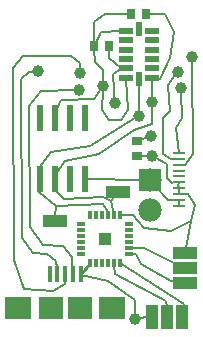
<source format=gbl>
G04 MADE WITH FRITZING*
G04 WWW.FRITZING.ORG*
G04 DOUBLE SIDED*
G04 HOLES PLATED*
G04 CONTOUR ON CENTER OF CONTOUR VECTOR*
%ASAXBY*%
%FSLAX23Y23*%
%MOIN*%
%OFA0B0*%
%SFA1.0B1.0*%
%ADD10C,0.039370*%
%ADD11C,0.078000*%
%ADD12R,0.078000X0.078000*%
%ADD13R,0.039370X0.009843*%
%ADD14R,0.047244X0.019685*%
%ADD15R,0.019685X0.047244*%
%ADD16R,0.024000X0.087000*%
%ADD17R,0.027559X0.035433*%
%ADD18R,0.015748X0.055118*%
%ADD19R,0.078740X0.074803*%
%ADD20R,0.086614X0.074803*%
%ADD21R,0.031496X0.011811*%
%ADD22R,0.011811X0.031496*%
%ADD23R,0.039370X0.039370*%
%ADD24R,0.039370X0.078740*%
%ADD25R,0.078740X0.039370*%
%ADD26R,0.035433X0.027559*%
%ADD27C,0.008000*%
%ADD28C,0.010000*%
%LNCOPPER0*%
G90*
G70*
G54D10*
X633Y923D03*
G54D11*
X493Y512D03*
X493Y412D03*
G54D10*
X584Y874D03*
X334Y828D03*
X596Y820D03*
X118Y875D03*
X258Y871D03*
X256Y813D03*
X374Y770D03*
X454Y726D03*
X499Y773D03*
X499Y593D03*
X440Y51D03*
X496Y661D03*
G54D12*
X493Y512D03*
G54D13*
X587Y604D03*
X587Y584D03*
X587Y564D03*
X587Y544D03*
X587Y525D03*
X587Y505D03*
X587Y485D03*
X587Y466D03*
X587Y446D03*
X587Y426D03*
G54D14*
X412Y1011D03*
X412Y980D03*
X412Y948D03*
X412Y917D03*
X412Y885D03*
X412Y854D03*
G54D15*
X455Y850D03*
G54D14*
X499Y854D03*
X499Y885D03*
X499Y917D03*
X499Y948D03*
X499Y980D03*
X499Y1011D03*
G54D15*
X455Y1015D03*
G54D16*
X125Y721D03*
X175Y721D03*
X225Y721D03*
X275Y721D03*
X275Y515D03*
X225Y515D03*
X175Y515D03*
X125Y515D03*
G54D17*
X304Y959D03*
X355Y959D03*
G54D18*
X209Y199D03*
X234Y199D03*
X260Y199D03*
X183Y199D03*
X158Y199D03*
G54D19*
X258Y86D03*
X160Y86D03*
G54D20*
X366Y86D03*
X51Y86D03*
G54D21*
X420Y366D03*
X420Y346D03*
X420Y327D03*
X420Y307D03*
X420Y287D03*
X420Y268D03*
G54D22*
X390Y238D03*
X371Y238D03*
X351Y238D03*
X331Y238D03*
X312Y238D03*
X292Y238D03*
G54D21*
X263Y268D03*
X263Y287D03*
X263Y307D03*
X263Y327D03*
X263Y346D03*
X263Y366D03*
G54D22*
X292Y396D03*
X312Y396D03*
X331Y396D03*
X351Y396D03*
X371Y396D03*
X390Y396D03*
G54D23*
X341Y317D03*
G54D24*
X497Y56D03*
G54D25*
X175Y378D03*
X385Y473D03*
X608Y169D03*
X608Y219D03*
G54D24*
X548Y56D03*
X598Y57D03*
G54D25*
X609Y271D03*
G54D17*
X478Y1068D03*
X427Y1068D03*
G54D26*
X449Y644D03*
X449Y592D03*
G54D27*
X307Y907D02*
X335Y879D01*
D02*
X335Y879D02*
X334Y841D01*
D02*
X168Y724D02*
X196Y780D01*
D02*
X196Y780D02*
X305Y782D01*
D02*
X305Y782D02*
X327Y816D01*
D02*
X354Y920D02*
X395Y885D01*
D02*
X395Y885D02*
X412Y885D01*
D02*
X369Y866D02*
X395Y883D01*
D02*
X601Y564D02*
X607Y564D01*
D02*
X598Y720D02*
X596Y806D01*
D02*
X635Y600D02*
X633Y910D01*
D02*
X587Y604D02*
X577Y685D01*
D02*
X553Y829D02*
X576Y863D01*
D02*
X559Y744D02*
X553Y829D01*
D02*
X607Y564D02*
X635Y600D01*
D02*
X577Y685D02*
X598Y720D01*
D02*
X573Y446D02*
X551Y447D01*
D02*
X551Y447D02*
X509Y494D01*
D02*
X573Y583D02*
X561Y583D01*
D02*
X371Y812D02*
X369Y866D01*
D02*
X290Y627D02*
X442Y719D01*
D02*
X535Y601D02*
X535Y721D01*
D02*
X535Y721D02*
X559Y744D01*
D02*
X561Y583D02*
X535Y601D01*
D02*
X62Y849D02*
X87Y874D01*
D02*
X181Y221D02*
X179Y244D01*
D02*
X87Y874D02*
X104Y874D01*
D02*
X87Y760D02*
X129Y811D01*
D02*
X129Y811D02*
X243Y813D01*
D02*
X233Y221D02*
X231Y257D01*
D02*
X229Y927D02*
X258Y903D01*
D02*
X258Y903D02*
X258Y885D01*
D02*
X207Y177D02*
X207Y167D01*
D02*
X587Y427D02*
X587Y445D01*
D02*
X587Y486D02*
X586Y495D01*
D02*
X586Y495D02*
X587Y504D01*
D02*
X304Y946D02*
X307Y907D01*
D02*
X355Y946D02*
X354Y920D01*
D02*
X455Y832D02*
X454Y740D01*
D02*
X373Y783D02*
X371Y812D01*
D02*
X395Y883D02*
X412Y885D01*
D02*
X499Y786D02*
X499Y849D01*
D02*
X169Y723D02*
X168Y724D01*
D02*
X163Y605D02*
X290Y627D01*
D02*
X122Y554D02*
X163Y605D01*
D02*
X122Y553D02*
X122Y554D01*
D02*
X468Y512D02*
X282Y515D01*
D02*
X587Y466D02*
X587Y485D01*
D02*
X135Y296D02*
X91Y356D01*
D02*
X200Y292D02*
X135Y296D01*
D02*
X231Y257D02*
X200Y292D01*
D02*
X102Y270D02*
X66Y320D01*
D02*
X148Y268D02*
X102Y270D01*
D02*
X179Y244D02*
X148Y268D01*
D02*
X38Y245D02*
X35Y887D01*
D02*
X91Y356D02*
X87Y760D01*
D02*
X66Y320D02*
X62Y849D01*
D02*
X169Y142D02*
X72Y150D01*
D02*
X72Y150D02*
X38Y245D01*
D02*
X35Y887D02*
X67Y926D01*
D02*
X67Y926D02*
X229Y927D01*
D02*
X547Y565D02*
X511Y586D01*
D02*
X548Y521D02*
X547Y565D01*
D02*
X566Y504D02*
X548Y521D01*
D02*
X573Y505D02*
X566Y504D01*
D02*
X562Y344D02*
X628Y377D01*
D02*
X174Y479D02*
X175Y515D01*
D02*
X120Y472D02*
X121Y477D01*
D02*
X353Y408D02*
X334Y432D01*
D02*
X334Y432D02*
X178Y426D01*
D02*
X178Y426D02*
X120Y472D01*
D02*
X351Y398D02*
X353Y408D01*
D02*
X205Y450D02*
X174Y479D01*
D02*
X334Y457D02*
X205Y450D01*
D02*
X370Y398D02*
X363Y443D01*
D02*
X363Y443D02*
X334Y457D01*
D02*
X628Y377D02*
X640Y430D01*
D02*
X617Y466D02*
X601Y466D01*
D02*
X435Y396D02*
X471Y354D01*
D02*
X471Y354D02*
X562Y344D01*
D02*
X391Y396D02*
X435Y396D01*
D02*
X640Y430D02*
X617Y466D01*
D02*
X352Y178D02*
X440Y114D01*
D02*
X440Y114D02*
X440Y65D01*
D02*
X262Y198D02*
X352Y178D01*
D02*
X396Y713D02*
X354Y712D01*
D02*
X354Y712D02*
X330Y748D01*
D02*
X330Y748D02*
X334Y814D01*
D02*
X412Y849D02*
X419Y747D01*
D02*
X419Y747D02*
X396Y713D01*
D02*
X394Y1010D02*
X329Y1007D01*
D02*
X329Y1007D02*
X310Y971D01*
D02*
X207Y167D02*
X169Y142D01*
D02*
X320Y600D02*
X208Y578D01*
D02*
X208Y578D02*
X169Y521D01*
D02*
X497Y699D02*
X438Y679D01*
D02*
X438Y679D02*
X320Y600D01*
D02*
X169Y521D02*
X169Y521D01*
D02*
X499Y759D02*
X497Y699D01*
G54D28*
D02*
X262Y201D02*
X292Y238D01*
G54D27*
D02*
X628Y377D02*
X612Y285D01*
D02*
X472Y287D02*
X430Y287D01*
D02*
X579Y233D02*
X472Y287D01*
D02*
X463Y234D02*
X445Y267D01*
D02*
X562Y175D02*
X463Y234D01*
D02*
X575Y173D02*
X562Y175D01*
D02*
X445Y267D02*
X430Y268D01*
D02*
X604Y101D02*
X391Y238D01*
D02*
X603Y90D02*
X604Y101D01*
D02*
X370Y227D02*
X371Y228D01*
D02*
X546Y110D02*
X375Y201D01*
D02*
X547Y90D02*
X546Y110D01*
D02*
X375Y201D02*
X370Y227D01*
D02*
X482Y55D02*
X459Y53D01*
D02*
X572Y1006D02*
X543Y1067D01*
D02*
X543Y1067D02*
X486Y1068D01*
D02*
X559Y920D02*
X572Y1006D01*
D02*
X517Y852D02*
X524Y851D01*
D02*
X524Y851D02*
X559Y920D01*
D02*
X304Y1040D02*
X304Y971D01*
D02*
X419Y1068D02*
X340Y1065D01*
D02*
X340Y1065D02*
X304Y1040D01*
D02*
X461Y593D02*
X486Y593D01*
D02*
X483Y656D02*
X461Y648D01*
D02*
X363Y443D02*
X375Y459D01*
D02*
X178Y426D02*
X176Y392D01*
G04 End of Copper0*
M02*
</source>
